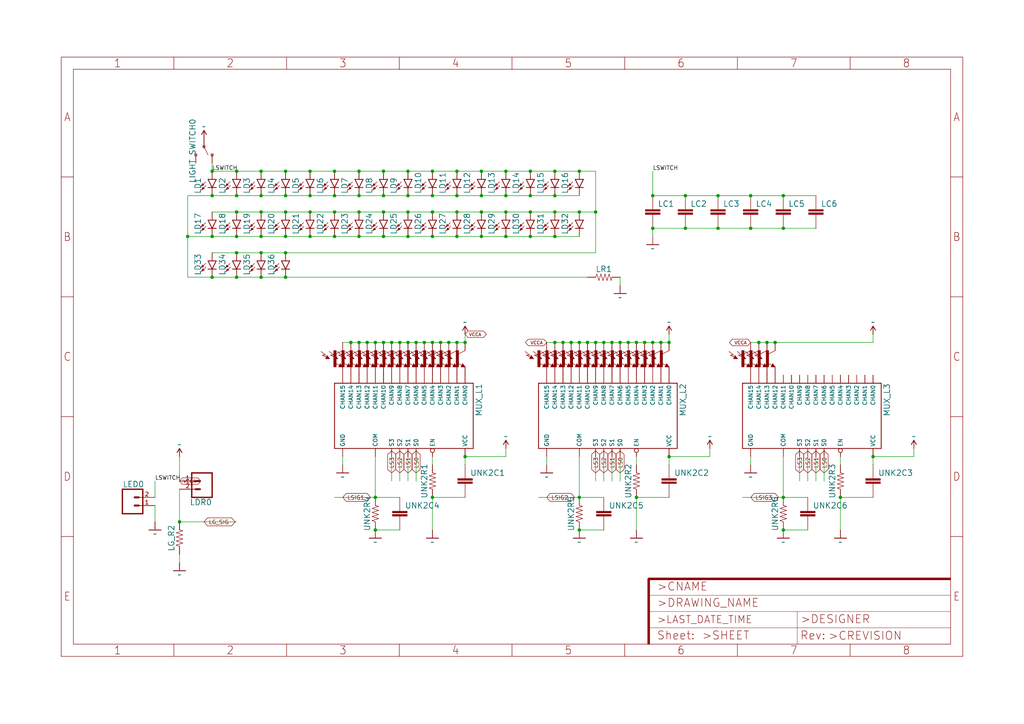
<source format=kicad_sch>
(kicad_sch (version 20211123) (generator eeschema)
  (paper "User" 318.77 225.501)
  (lib_symbols
    (symbol "layer1-eagle-import:3.3V" (power)
      (property "Value" "3.3V" (at 0 2.794 0))
      (symbol "3.3V_1_0"
        (polyline (pts (xy 0 2.54) (xy -0.762 1.27)) (stroke (width 0.254)))
        (polyline (pts (xy 0.762 1.27) (xy 0 2.54)) (stroke (width 0.254)))
        (pin power_in line (at 0 0 90) (length 2.54) (name "3.3V") (number "1"))
      )
    )
    (symbol "layer1-eagle-import:3528LED"
      (property "Reference" "D" (at -3.429 -4.572 90))
      (symbol "3528LED_1_0"
        (polyline (pts (xy -2.032 -0.762) (xy -3.429 -2.159)) (stroke (width 0.1524)))
        (polyline (pts (xy -1.905 -1.905) (xy -3.302 -3.302)) (stroke (width 0.1524)))
        (polyline (pts (xy 0 -2.54) (xy -1.27 -2.54)) (stroke (width 0.254)))
        (polyline (pts (xy 0 -2.54) (xy -1.27 0)) (stroke (width 0.254)))
        (polyline (pts (xy 1.27 -2.54) (xy 0 -2.54)) (stroke (width 0.254)))
        (polyline (pts (xy 1.27 0) (xy -1.27 0)) (stroke (width 0.254)))
        (polyline (pts (xy 1.27 0) (xy 0 -2.54)) (stroke (width 0.254)))
        (polyline (pts (xy -3.429 -2.159) (xy -3.048 -1.27) (xy -2.54 -1.778)) (fill (type outline)))
        (polyline (pts (xy -3.302 -3.302) (xy -2.921 -2.413) (xy -2.413 -2.921)) (fill (type outline)))
        (pin passive line (at 0 2.54 270) (length 2.54) (name "A") (number "A"))
        (pin passive line (at 0 -5.08 90) (length 2.54) (name "C") (number "C"))
      )
    )
    (symbol "layer1-eagle-import:74HC4067SSOP-24"
      (property "Reference" "U" (at -10.16 21.082 0))
      (property "Value" "74HC4067SSOP-24" (at -10.16 -25.4 0))
      (symbol "74HC4067SSOP-24_1_0"
        (polyline (pts (xy -10.16 -22.86) (xy -10.16 20.32)) (stroke (width 0.254)))
        (polyline (pts (xy -10.16 20.32) (xy 10.16 20.32)) (stroke (width 0.254)))
        (polyline (pts (xy 10.16 -22.86) (xy -10.16 -22.86)) (stroke (width 0.254)))
        (polyline (pts (xy 10.16 20.32) (xy 10.16 -22.86)) (stroke (width 0.254)))
        (pin bidirectional line (at 12.7 -10.16 180) (length 2.54) (name "COM") (number "1"))
        (pin input line (at 12.7 2.54 180) (length 2.54) (name "S0") (number "10"))
        (pin input line (at 12.7 0 180) (length 2.54) (name "S1") (number "11"))
        (pin bidirectional line (at 12.7 -20.32 180) (length 2.54) (name "GND") (number "12"))
        (pin input line (at 12.7 -5.08 180) (length 2.54) (name "S3") (number "13"))
        (pin input line (at 12.7 -2.54 180) (length 2.54) (name "S2") (number "14"))
        (pin input inverted (at 12.7 7.62 180) (length 2.54) (name "EN") (number "15"))
        (pin bidirectional line (at -12.7 -20.32 0) (length 2.54) (name "CHAN15") (number "16"))
        (pin bidirectional line (at -12.7 -17.78 0) (length 2.54) (name "CHAN14") (number "17"))
        (pin bidirectional line (at -12.7 -15.24 0) (length 2.54) (name "CHAN13") (number "18"))
        (pin bidirectional line (at -12.7 -12.7 0) (length 2.54) (name "CHAN12") (number "19"))
        (pin bidirectional line (at -12.7 0 0) (length 2.54) (name "CHAN7") (number "2"))
        (pin bidirectional line (at -12.7 -10.16 0) (length 2.54) (name "CHAN11") (number "20"))
        (pin bidirectional line (at -12.7 -7.62 0) (length 2.54) (name "CHAN10") (number "21"))
        (pin bidirectional line (at -12.7 -5.08 0) (length 2.54) (name "CHAN9") (number "22"))
        (pin bidirectional line (at -12.7 -2.54 0) (length 2.54) (name "CHAN8") (number "23"))
        (pin bidirectional line (at 12.7 17.78 180) (length 2.54) (name "VCC") (number "24"))
        (pin bidirectional line (at -12.7 2.54 0) (length 2.54) (name "CHAN6") (number "3"))
        (pin bidirectional line (at -12.7 5.08 0) (length 2.54) (name "CHAN5") (number "4"))
        (pin bidirectional line (at -12.7 7.62 0) (length 2.54) (name "CHAN4") (number "5"))
        (pin bidirectional line (at -12.7 10.16 0) (length 2.54) (name "CHAN3") (number "6"))
        (pin bidirectional line (at -12.7 12.7 0) (length 2.54) (name "CHAN2") (number "7"))
        (pin bidirectional line (at -12.7 15.24 0) (length 2.54) (name "CHAN1") (number "8"))
        (pin bidirectional line (at -12.7 17.78 0) (length 2.54) (name "CHAN0") (number "9"))
      )
    )
    (symbol "layer1-eagle-import:AGND" (power)
      (property "Value" "AGND" (at 0 -0.254 0))
      (symbol "AGND_1_0"
        (polyline (pts (xy -1.905 0) (xy 1.905 0)) (stroke (width 0.254)))
        (pin power_in line (at 0 2.54 270) (length 2.54) (name "AGND") (number "1"))
      )
    )
    (symbol "layer1-eagle-import:CAPACITOR0603"
      (property "Reference" "C" (at 1.524 2.54 0))
      (property "Value" "CAPACITOR0603" (at 1.524 -2.54 0))
      (symbol "CAPACITOR0603_1_0"
        (rectangle (start -2.286 -0.762) (end 2.286 -0.254) (fill (type outline)))
        (rectangle (start -2.286 0.254) (end 2.286 0.762) (fill (type outline)))
        (polyline (pts (xy 0 -0.762) (xy 0 -5.08)) (stroke (width 0.1524)))
        (polyline (pts (xy 0 5.08) (xy 0 0.762)) (stroke (width 0.1524)))
        (pin passive line (at 0 5.08 270) (length 0) (name "1") (number "1"))
        (pin passive line (at 0 -5.08 90) (length 0) (name "2") (number "2"))
      )
    )
    (symbol "layer1-eagle-import:CONN_021X02_NO_SILK"
      (property "Reference" "J" (at -2.54 5.588 0))
      (property "Value" "CONN_021X02_NO_SILK" (at -2.54 -4.826 0))
      (symbol "CONN_021X02_NO_SILK_1_0"
        (polyline (pts (xy -2.54 5.08) (xy -2.54 -2.54)) (stroke (width 0.4064)))
        (polyline (pts (xy -2.54 5.08) (xy 3.81 5.08)) (stroke (width 0.4064)))
        (polyline (pts (xy 1.27 0) (xy 2.54 0)) (stroke (width 0.6096)))
        (polyline (pts (xy 1.27 2.54) (xy 2.54 2.54)) (stroke (width 0.6096)))
        (polyline (pts (xy 3.81 -2.54) (xy -2.54 -2.54)) (stroke (width 0.4064)))
        (polyline (pts (xy 3.81 -2.54) (xy 3.81 5.08)) (stroke (width 0.4064)))
        (pin passive line (at 7.62 0 180) (length 5.08) (name "1") (number "1"))
        (pin passive line (at 7.62 2.54 180) (length 5.08) (name "2") (number "2"))
      )
    )
    (symbol "layer1-eagle-import:CONN_02POLAR"
      (property "Reference" "J" (at -2.54 5.588 0))
      (property "Value" "CONN_02POLAR" (at -2.54 -4.826 0))
      (symbol "CONN_02POLAR_1_0"
        (polyline (pts (xy -2.54 5.08) (xy -2.54 -2.54)) (stroke (width 0.4064)))
        (polyline (pts (xy -2.54 5.08) (xy 3.81 5.08)) (stroke (width 0.4064)))
        (polyline (pts (xy 1.27 0) (xy 2.54 0)) (stroke (width 0.6096)))
        (polyline (pts (xy 1.27 2.54) (xy 2.54 2.54)) (stroke (width 0.6096)))
        (polyline (pts (xy 3.81 -2.54) (xy -2.54 -2.54)) (stroke (width 0.4064)))
        (polyline (pts (xy 3.81 -2.54) (xy 3.81 5.08)) (stroke (width 0.4064)))
        (pin passive line (at 7.62 0 180) (length 5.08) (name "1") (number "1"))
        (pin passive line (at 7.62 2.54 180) (length 5.08) (name "2") (number "2"))
      )
    )
    (symbol "layer1-eagle-import:FRAME-A4L"
      (symbol "FRAME-A4L_0_0"
        (polyline (pts (xy -3.81 33.528) (xy 0 33.528)))
        (polyline (pts (xy -3.81 70.866) (xy 0 70.866)))
        (polyline (pts (xy -3.81 108.204) (xy 0 108.204)))
        (polyline (pts (xy -3.81 145.542) (xy 0 145.542)))
        (polyline (pts (xy 0 0) (xy 0 179.07)))
        (polyline (pts (xy 31.2738 -3.81) (xy 31.2738 0)))
        (polyline (pts (xy 31.2738 179.07) (xy 31.2738 182.88)))
        (polyline (pts (xy 66.3575 -3.81) (xy 66.3575 0)))
        (polyline (pts (xy 66.3575 179.07) (xy 66.3575 182.88)))
        (polyline (pts (xy 101.4413 -3.81) (xy 101.4413 0)))
        (polyline (pts (xy 101.4413 179.07) (xy 101.4413 182.88)))
        (polyline (pts (xy 136.525 -3.81) (xy 136.525 0)))
        (polyline (pts (xy 136.525 179.07) (xy 136.525 182.88)))
        (polyline (pts (xy 171.6088 -3.81) (xy 171.6088 0)))
        (polyline (pts (xy 171.6088 179.07) (xy 171.6088 182.88)))
        (polyline (pts (xy 206.6925 -3.81) (xy 206.6925 0)))
        (polyline (pts (xy 206.6925 179.07) (xy 206.6925 182.88)))
        (polyline (pts (xy 241.7763 -3.81) (xy 241.7763 0)))
        (polyline (pts (xy 241.7763 179.07) (xy 241.7763 182.88)))
        (polyline (pts (xy 273.05 0) (xy 0 0)))
        (polyline (pts (xy 273.05 0) (xy 273.05 179.07)))
        (polyline (pts (xy 273.05 33.528) (xy 276.86 33.528)))
        (polyline (pts (xy 273.05 70.866) (xy 276.86 70.866)))
        (polyline (pts (xy 273.05 108.204) (xy 276.86 108.204)))
        (polyline (pts (xy 273.05 145.542) (xy 276.86 145.542)))
        (polyline (pts (xy 273.05 179.07) (xy 0 179.07)))
        (polyline (pts (xy -3.81 -3.81) (xy 276.86 -3.81) (xy 276.86 182.88) (xy -3.81 182.88) (xy -3.81 -3.81)))
        (text "1" (at 13.7319 -1.905 0) (effects (font (size 2.54 2.286))))
        (text "1" (at 13.7319 180.975 0) (effects (font (size 2.54 2.286))))
        (text "2" (at 48.8156 -1.905 0) (effects (font (size 2.54 2.286))))
        (text "2" (at 48.8156 180.975 0) (effects (font (size 2.54 2.286))))
        (text "3" (at 83.8994 -1.905 0) (effects (font (size 2.54 2.286))))
        (text "3" (at 83.8994 180.975 0) (effects (font (size 2.54 2.286))))
        (text "4" (at 118.9831 -1.905 0) (effects (font (size 2.54 2.286))))
        (text "4" (at 118.9831 180.975 0) (effects (font (size 2.54 2.286))))
        (text "5" (at 154.0669 -1.905 0) (effects (font (size 2.54 2.286))))
        (text "5" (at 154.0669 180.975 0) (effects (font (size 2.54 2.286))))
        (text "6" (at 189.1506 -1.905 0) (effects (font (size 2.54 2.286))))
        (text "6" (at 189.1506 180.975 0) (effects (font (size 2.54 2.286))))
        (text "7" (at 224.2344 -1.905 0) (effects (font (size 2.54 2.286))))
        (text "7" (at 224.2344 180.975 0) (effects (font (size 2.54 2.286))))
        (text "8" (at 259.3181 -1.905 0) (effects (font (size 2.54 2.286))))
        (text "8" (at 259.3181 180.975 0) (effects (font (size 2.54 2.286))))
        (text "A" (at -1.905 164.211 0) (effects (font (size 2.54 2.286))))
        (text "A" (at 274.955 164.211 0) (effects (font (size 2.54 2.286))))
        (text "B" (at -1.905 126.873 0) (effects (font (size 2.54 2.286))))
        (text "B" (at 274.955 126.873 0) (effects (font (size 2.54 2.286))))
        (text "C" (at -1.905 89.535 0) (effects (font (size 2.54 2.286))))
        (text "C" (at 274.955 89.535 0) (effects (font (size 2.54 2.286))))
        (text "D" (at -1.905 52.197 0) (effects (font (size 2.54 2.286))))
        (text "D" (at 274.955 52.197 0) (effects (font (size 2.54 2.286))))
        (text "E" (at -1.905 14.859 0) (effects (font (size 2.54 2.286))))
        (text "E" (at 274.955 14.859 0) (effects (font (size 2.54 2.286))))
      )
      (symbol "FRAME-A4L_1_0"
        (polyline (pts (xy 179.07 10.16) (xy 225.29 10.16)) (stroke (width 0.1016)))
        (polyline (pts (xy 179.07 15.24) (xy 273.05 15.24)) (stroke (width 0.1016)))
        (polyline (pts (xy 179.07 19.05) (xy 179.07 20.32)) (stroke (width 0.6096)))
        (polyline (pts (xy 179.07 20.32) (xy 180.34 20.32)) (stroke (width 0.6096)))
        (polyline (pts (xy 225.29 -0.1) (xy 225.29 5.08)) (stroke (width 0.1016)))
        (polyline (pts (xy 225.29 5.08) (xy 179.07 5.08)) (stroke (width 0.1016)))
        (polyline (pts (xy 225.29 5.08) (xy 225.29 10.16)) (stroke (width 0.1016)))
        (polyline (pts (xy 225.29 5.08) (xy 273.05 5.08)) (stroke (width 0.1016)))
        (polyline (pts (xy 225.29 10.16) (xy 273.05 10.16)) (stroke (width 0.1016)))
        (rectangle (start 178.7652 0) (end 179.3748 20.32) (fill (type outline)))
        (rectangle (start 179.07 20.6248) (end 273.05 20.0152) (fill (type outline)))
        (text ">CNAME" (at 181.61 16.51 0) (effects (font (size 2.54 2.54)) (justify left bottom)))
        (text ">CREVISION" (at 234.92 1.17 0) (effects (font (size 2.54 2.54)) (justify left bottom)))
        (text ">DESIGNER" (at 226.26 6.35 0) (effects (font (size 2.54 2.54)) (justify left bottom)))
        (text ">DRAWING_NAME" (at 181.61 11.43 0) (effects (font (size 2.54 2.54)) (justify left bottom)))
        (text ">LAST_DATE_TIME" (at 181.61 6.35 0) (effects (font (size 2.286 2.286)) (justify left bottom)))
        (text ">SHEET" (at 195.58 1.27 0) (effects (font (size 2.54 2.54)) (justify left bottom)))
        (text "Rev:" (at 226.16 1.27 0) (effects (font (size 2.54 2.54)) (justify left bottom)))
        (text "Sheet:" (at 181.61 1.27 0) (effects (font (size 2.54 2.54)) (justify left bottom)))
      )
    )
    (symbol "layer1-eagle-import:GND" (power)
      (property "Value" "GND" (at 0 -0.254 0))
      (symbol "GND_1_0"
        (polyline (pts (xy -1.905 0) (xy 1.905 0)) (stroke (width 0.254)))
        (pin power_in line (at 0 2.54 270) (length 2.54) (name "GND") (number "1"))
      )
    )
    (symbol "layer1-eagle-import:LIGHT_SENSORALS"
      (property "Reference" "U" (at 3.048 0.508 0))
      (property "Value" "LIGHT_SENSORALS" (at 3.048 -0.508 0))
      (symbol "LIGHT_SENSORALS_1_0"
        (rectangle (start -0.254 -2.54) (end 0.508 2.54) (fill (type outline)))
        (polyline (pts (xy -3.81 1.143) (xy -2.794 1.143)) (stroke (width 0.1524)))
        (polyline (pts (xy -2.794 0) (xy -2.286 1.016)) (stroke (width 0.1524)))
        (polyline (pts (xy -2.794 1.143) (xy -4.191 2.286)) (stroke (width 0.1524)))
        (polyline (pts (xy -2.54 0.127) (xy -1.778 0.127)) (stroke (width 0.254)))
        (polyline (pts (xy -2.54 0.254) (xy -2.159 0.254)) (stroke (width 0.254)))
        (polyline (pts (xy -2.524 0.5) (xy -3.756 1.116)) (stroke (width 0.1524)))
        (polyline (pts (xy -2.286 0.762) (xy -2.54 0.254)) (stroke (width 0.254)))
        (polyline (pts (xy -2.286 1.016) (xy -1.524 0)) (stroke (width 0.1524)))
        (polyline (pts (xy -2.159 0.254) (xy -2.286 0.508)) (stroke (width 0.254)))
        (polyline (pts (xy -1.778 0.127) (xy -2.286 0.762)) (stroke (width 0.254)))
        (polyline (pts (xy -1.524 0) (xy -2.794 0)) (stroke (width 0.1524)))
        (polyline (pts (xy 1.27 -2.54) (xy 1.778 -1.524)) (stroke (width 0.1524)))
        (polyline (pts (xy 1.524 -2.413) (xy 2.286 -2.413)) (stroke (width 0.254)))
        (polyline (pts (xy 1.524 -2.286) (xy 1.905 -2.286)) (stroke (width 0.254)))
        (polyline (pts (xy 1.54 -2.04) (xy 0.308 -1.424)) (stroke (width 0.1524)))
        (polyline (pts (xy 1.778 -1.778) (xy 1.524 -2.286)) (stroke (width 0.254)))
        (polyline (pts (xy 1.778 -1.524) (xy 2.54 -2.54)) (stroke (width 0.1524)))
        (polyline (pts (xy 1.905 -2.286) (xy 1.778 -2.032)) (stroke (width 0.254)))
        (polyline (pts (xy 2.286 -2.413) (xy 1.778 -1.778)) (stroke (width 0.254)))
        (polyline (pts (xy 2.54 -2.54) (xy 1.27 -2.54)) (stroke (width 0.1524)))
        (polyline (pts (xy 2.54 2.54) (xy 0.508 1.524)) (stroke (width 0.1524)))
        (pin passive line (at 2.54 5.08 270) (length 2.54) (name "C1") (number "C"))
        (pin passive line (at 2.54 -5.08 90) (length 2.54) (name "E1") (number "E"))
      )
    )
    (symbol "layer1-eagle-import:RESISTOR0603"
      (property "Reference" "R" (at 0 1.524 0))
      (property "Value" "RESISTOR0603" (at 0 -1.524 0))
      (symbol "RESISTOR0603_1_0"
        (polyline (pts (xy -2.54 0) (xy -2.159 1.016)) (stroke (width 0.1524)))
        (polyline (pts (xy -2.159 1.016) (xy -1.524 -1.016)) (stroke (width 0.1524)))
        (polyline (pts (xy -1.524 -1.016) (xy -0.889 1.016)) (stroke (width 0.1524)))
        (polyline (pts (xy -0.889 1.016) (xy -0.254 -1.016)) (stroke (width 0.1524)))
        (polyline (pts (xy -0.254 -1.016) (xy 0.381 1.016)) (stroke (width 0.1524)))
        (polyline (pts (xy 0.381 1.016) (xy 1.016 -1.016)) (stroke (width 0.1524)))
        (polyline (pts (xy 1.016 -1.016) (xy 1.651 1.016)) (stroke (width 0.1524)))
        (polyline (pts (xy 1.651 1.016) (xy 2.286 -1.016)) (stroke (width 0.1524)))
        (polyline (pts (xy 2.286 -1.016) (xy 2.54 0)) (stroke (width 0.1524)))
        (pin passive line (at -5.08 0 0) (length 2.54) (name "1") (number "1"))
        (pin passive line (at 5.08 0 180) (length 2.54) (name "2") (number "2"))
      )
    )
    (symbol "layer1-eagle-import:SWITCH-SPDT-PTH-11.6X4.0MM-LOCK"
      (property "Reference" "S" (at 1.27 3.048 0))
      (property "Value" "SWITCH-SPDT-PTH-11.6X4.0MM-LOCK" (at 1.016 -3.302 0))
      (symbol "SWITCH-SPDT-PTH-11.6X4.0MM-LOCK_1_0"
        (polyline (pts (xy 0 0) (xy 2.54 1.27)) (stroke (width 0.1524)))
        (polyline (pts (xy 2.54 -2.54) (xy 3.175 -2.54)) (stroke (width 0.127)))
        (polyline (pts (xy 2.54 2.54) (xy 3.175 2.54)) (stroke (width 0.1524)))
        (circle (center 0 0) (radius 0.3592) (stroke (width 0.2032)))
        (circle (center 2.54 -2.54) (radius 0.3592) (stroke (width 0.2032)))
        (circle (center 2.54 2.54) (radius 0.3592) (stroke (width 0.2032)))
        (pin passive line (at 5.08 2.54 180) (length 2.54) (name "O") (number "1"))
        (pin passive line (at -2.54 0 0) (length 2.54) (name "P") (number "2"))
        (pin passive line (at 5.08 -2.54 180) (length 2.54) (name "S") (number "3"))
      )
    )
    (symbol "layer1-eagle-import:VCCA" (power)
      (property "Value" "VCCA" (at 0 2.794 0))
      (symbol "VCCA_1_0"
        (polyline (pts (xy 0 2.54) (xy -0.762 1.27)) (stroke (width 0.254)))
        (polyline (pts (xy 0.762 1.27) (xy 0 2.54)) (stroke (width 0.254)))
        (pin power_in line (at 0 0 90) (length 2.54) (name "VCCA") (number "1"))
      )
    )
  )
  (junction (at 172.72 53.34))
  (junction (at 73.66 73.66))
  (junction (at 55.88 162.56))
  (junction (at 142.24 53.34))
  (junction (at 104.14 73.66))
  (junction (at 81.28 78.74))
  (junction (at 223.52 71.12))
  (junction (at 165.1 60.96))
  (junction (at 157.48 60.96))
  (junction (at 195.58 106.68))
  (junction (at 127 66.04))
  (junction (at 66.04 73.66))
  (junction (at 142.24 73.66))
  (junction (at 185.42 66.04))
  (junction (at 149.86 73.66))
  (junction (at 233.68 71.12))
  (junction (at 134.62 73.66))
  (junction (at 114.3 106.68))
  (junction (at 243.84 154.94))
  (junction (at 180.34 154.94))
  (junction (at 66.04 60.96))
  (junction (at 119.38 60.96))
  (junction (at 213.36 71.12))
  (junction (at 66.04 53.34))
  (junction (at 175.26 106.68))
  (junction (at 238.76 106.68))
  (junction (at 180.34 165.1))
  (junction (at 203.2 60.96))
  (junction (at 134.62 60.96))
  (junction (at 203.2 71.12))
  (junction (at 213.36 60.96))
  (junction (at 149.86 60.96))
  (junction (at 208.28 106.68))
  (junction (at 203.2 106.68))
  (junction (at 134.62 106.68))
  (junction (at 58.42 73.66))
  (junction (at 165.1 73.66))
  (junction (at 104.14 66.04))
  (junction (at 73.66 86.36))
  (junction (at 198.12 106.68))
  (junction (at 129.54 106.68))
  (junction (at 127 106.68))
  (junction (at 104.14 53.34))
  (junction (at 104.14 60.96))
  (junction (at 142.24 66.04))
  (junction (at 157.48 66.04))
  (junction (at 243.84 71.12))
  (junction (at 142.24 106.68))
  (junction (at 261.62 154.94))
  (junction (at 271.78 142.24))
  (junction (at 127 73.66))
  (junction (at 243.84 60.96))
  (junction (at 193.04 106.68))
  (junction (at 116.84 165.1))
  (junction (at 223.52 60.96))
  (junction (at 81.28 73.66))
  (junction (at 172.72 73.66))
  (junction (at 177.8 106.68))
  (junction (at 149.86 53.34))
  (junction (at 88.9 78.74))
  (junction (at 73.66 66.04))
  (junction (at 127 53.34))
  (junction (at 111.76 106.68))
  (junction (at 81.28 86.36))
  (junction (at 127 60.96))
  (junction (at 233.68 60.96))
  (junction (at 180.34 66.04))
  (junction (at 149.86 66.04))
  (junction (at 205.74 106.68))
  (junction (at 185.42 106.68))
  (junction (at 116.84 154.94))
  (junction (at 111.76 66.04))
  (junction (at 88.9 73.66))
  (junction (at 187.96 106.68))
  (junction (at 88.9 86.36))
  (junction (at 88.9 66.04))
  (junction (at 139.7 106.68))
  (junction (at 198.12 154.94))
  (junction (at 119.38 66.04))
  (junction (at 157.48 73.66))
  (junction (at 66.04 86.36))
  (junction (at 172.72 60.96))
  (junction (at 124.46 106.68))
  (junction (at 144.78 142.24))
  (junction (at 137.16 106.68))
  (junction (at 236.22 106.68))
  (junction (at 180.34 106.68))
  (junction (at 119.38 73.66))
  (junction (at 165.1 53.34))
  (junction (at 144.78 106.68))
  (junction (at 134.62 154.94))
  (junction (at 134.62 53.34))
  (junction (at 109.22 106.68))
  (junction (at 88.9 53.34))
  (junction (at 73.66 60.96))
  (junction (at 81.28 66.04))
  (junction (at 142.24 60.96))
  (junction (at 111.76 73.66))
  (junction (at 119.38 106.68))
  (junction (at 81.28 53.34))
  (junction (at 73.66 78.74))
  (junction (at 200.66 106.68))
  (junction (at 96.52 66.04))
  (junction (at 182.88 106.68))
  (junction (at 119.38 53.34))
  (junction (at 116.84 106.68))
  (junction (at 208.28 142.24))
  (junction (at 88.9 60.96))
  (junction (at 180.34 53.34))
  (junction (at 172.72 106.68))
  (junction (at 96.52 60.96))
  (junction (at 96.52 53.34))
  (junction (at 73.66 53.34))
  (junction (at 243.84 165.1))
  (junction (at 96.52 73.66))
  (junction (at 111.76 60.96))
  (junction (at 190.5 106.68))
  (junction (at 241.3 106.68))
  (junction (at 121.92 106.68))
  (junction (at 111.76 53.34))
  (junction (at 132.08 106.68))
  (junction (at 81.28 60.96))
  (junction (at 165.1 66.04))
  (junction (at 134.62 66.04))
  (junction (at 172.72 66.04))
  (junction (at 157.48 53.34))
  (wire (pts (xy 243.84 71.12) (xy 233.68 71.12)))
  (wire (pts (xy 170.18 142.24) (xy 170.18 144.78)))
  (wire (pts (xy 104.14 66.04) (xy 111.76 66.04)))
  (wire (pts (xy 88.9 66.04) (xy 96.52 66.04)))
  (wire (pts (xy 88.9 60.96) (xy 81.28 60.96)))
  (wire (pts (xy 198.12 106.68) (xy 200.66 106.68)))
  (wire (pts (xy 81.28 78.74) (xy 73.66 78.74)))
  (wire (pts (xy 96.52 53.34) (xy 104.14 53.34)))
  (wire (pts (xy 254 60.96) (xy 243.84 60.96)))
  (wire (pts (xy 134.62 142.24) (xy 134.62 144.78)))
  (wire (pts (xy 172.72 60.96) (xy 165.1 60.96)))
  (wire (pts (xy 172.72 53.34) (xy 180.34 53.34)))
  (wire (pts (xy 213.36 60.96) (xy 203.2 60.96)))
  (wire (pts (xy 73.66 60.96) (xy 66.04 60.96)))
  (wire (pts (xy 66.04 86.36) (xy 58.42 86.36)))
  (wire (pts (xy 271.78 104.14) (xy 271.78 106.68)))
  (wire (pts (xy 203.2 106.68) (xy 205.74 106.68)))
  (wire (pts (xy 119.38 73.66) (xy 111.76 73.66)))
  (wire (pts (xy 111.76 53.34) (xy 119.38 53.34)))
  (wire (pts (xy 96.52 73.66) (xy 88.9 73.66)))
  (wire (pts (xy 198.12 142.24) (xy 198.12 144.78)))
  (wire (pts (xy 233.68 142.24) (xy 233.68 144.78)))
  (wire (pts (xy 73.66 86.36) (xy 66.04 86.36)))
  (wire (pts (xy 190.5 106.68) (xy 193.04 106.68)))
  (wire (pts (xy 187.96 142.24) (xy 187.96 149.86)))
  (wire (pts (xy 248.92 142.24) (xy 248.92 149.86)))
  (wire (pts (xy 165.1 53.34) (xy 172.72 53.34)))
  (wire (pts (xy 241.3 106.68) (xy 271.78 106.68)))
  (wire (pts (xy 129.54 142.24) (xy 129.54 149.86)))
  (wire (pts (xy 104.14 53.34) (xy 111.76 53.34)))
  (wire (pts (xy 165.1 73.66) (xy 157.48 73.66)))
  (wire (pts (xy 119.38 106.68) (xy 121.92 106.68)))
  (wire (pts (xy 121.92 142.24) (xy 121.92 149.86)))
  (wire (pts (xy 116.84 165.1) (xy 124.46 165.1)))
  (wire (pts (xy 129.54 106.68) (xy 132.08 106.68)))
  (wire (pts (xy 142.24 66.04) (xy 149.86 66.04)))
  (wire (pts (xy 127 53.34) (xy 134.62 53.34)))
  (wire (pts (xy 116.84 154.94) (xy 104.14 154.94)))
  (wire (pts (xy 119.38 53.34) (xy 127 53.34)))
  (wire (pts (xy 223.52 71.12) (xy 213.36 71.12)))
  (wire (pts (xy 111.76 60.96) (xy 104.14 60.96)))
  (wire (pts (xy 157.48 142.24) (xy 157.48 139.7)))
  (wire (pts (xy 66.04 50.8) (xy 66.04 53.34)))
  (wire (pts (xy 96.52 60.96) (xy 88.9 60.96)))
  (wire (pts (xy 180.34 106.68) (xy 182.88 106.68)))
  (wire (pts (xy 142.24 73.66) (xy 134.62 73.66)))
  (wire (pts (xy 127 60.96) (xy 119.38 60.96)))
  (wire (pts (xy 213.36 71.12) (xy 203.2 71.12)))
  (wire (pts (xy 251.46 165.1) (xy 243.84 165.1)))
  (wire (pts (xy 124.46 142.24) (xy 124.46 149.86)))
  (wire (pts (xy 144.78 106.68) (xy 142.24 106.68)))
  (wire (pts (xy 149.86 53.34) (xy 157.48 53.34)))
  (wire (pts (xy 180.34 60.96) (xy 172.72 60.96)))
  (wire (pts (xy 127 66.04) (xy 134.62 66.04)))
  (wire (pts (xy 88.9 73.66) (xy 81.28 73.66)))
  (wire (pts (xy 124.46 106.68) (xy 127 106.68)))
  (wire (pts (xy 48.26 154.94) (xy 48.26 149.86)))
  (wire (pts (xy 157.48 60.96) (xy 149.86 60.96)))
  (wire (pts (xy 203.2 60.96) (xy 203.2 53.34)))
  (wire (pts (xy 170.18 106.68) (xy 172.72 106.68)))
  (wire (pts (xy 177.8 106.68) (xy 180.34 106.68)))
  (wire (pts (xy 187.96 106.68) (xy 190.5 106.68)))
  (wire (pts (xy 180.34 142.24) (xy 180.34 154.94)))
  (wire (pts (xy 55.88 152.4) (xy 55.88 162.56)))
  (wire (pts (xy 251.46 142.24) (xy 251.46 149.86)))
  (wire (pts (xy 134.62 106.68) (xy 137.16 106.68)))
  (wire (pts (xy 134.62 53.34) (xy 142.24 53.34)))
  (wire (pts (xy 73.66 53.34) (xy 81.28 53.34)))
  (wire (pts (xy 190.5 142.24) (xy 190.5 149.86)))
  (wire (pts (xy 157.48 53.34) (xy 165.1 53.34)))
  (wire (pts (xy 134.62 66.04) (xy 142.24 66.04)))
  (wire (pts (xy 157.48 73.66) (xy 149.86 73.66)))
  (wire (pts (xy 172.72 66.04) (xy 180.34 66.04)))
  (wire (pts (xy 243.84 154.94) (xy 231.14 154.94)))
  (wire (pts (xy 66.04 60.96) (xy 58.42 60.96)))
  (wire (pts (xy 73.66 66.04) (xy 81.28 66.04)))
  (wire (pts (xy 185.42 78.74) (xy 88.9 78.74)))
  (wire (pts (xy 144.78 142.24) (xy 157.48 142.24)))
  (wire (pts (xy 261.62 142.24) (xy 261.62 144.78)))
  (wire (pts (xy 144.78 154.94) (xy 134.62 154.94)))
  (wire (pts (xy 81.28 66.04) (xy 88.9 66.04)))
  (wire (pts (xy 116.84 106.68) (xy 119.38 106.68)))
  (wire (pts (xy 203.2 71.12) (xy 203.2 73.66)))
  (wire (pts (xy 233.68 106.68) (xy 236.22 106.68)))
  (wire (pts (xy 106.68 142.24) (xy 106.68 144.78)))
  (wire (pts (xy 137.16 106.68) (xy 139.7 106.68)))
  (wire (pts (xy 172.72 106.68) (xy 175.26 106.68)))
  (wire (pts (xy 119.38 60.96) (xy 111.76 60.96)))
  (wire (pts (xy 172.72 73.66) (xy 165.1 73.66)))
  (wire (pts (xy 88.9 86.36) (xy 81.28 86.36)))
  (wire (pts (xy 165.1 66.04) (xy 172.72 66.04)))
  (wire (pts (xy 175.26 106.68) (xy 177.8 106.68)))
  (wire (pts (xy 132.08 106.68) (xy 134.62 106.68)))
  (wire (pts (xy 193.04 142.24) (xy 193.04 149.86)))
  (wire (pts (xy 104.14 73.66) (xy 96.52 73.66)))
  (wire (pts (xy 111.76 73.66) (xy 104.14 73.66)))
  (wire (pts (xy 238.76 106.68) (xy 241.3 106.68)))
  (wire (pts (xy 187.96 165.1) (xy 180.34 165.1)))
  (wire (pts (xy 261.62 154.94) (xy 261.62 165.1)))
  (wire (pts (xy 139.7 106.68) (xy 142.24 106.68)))
  (wire (pts (xy 185.42 142.24) (xy 185.42 149.86)))
  (wire (pts (xy 205.74 106.68) (xy 208.28 106.68)))
  (wire (pts (xy 127 142.24) (xy 127 149.86)))
  (wire (pts (xy 165.1 60.96) (xy 157.48 60.96)))
  (wire (pts (xy 142.24 53.34) (xy 149.86 53.34)))
  (wire (pts (xy 220.98 142.24) (xy 220.98 139.7)))
  (wire (pts (xy 195.58 106.68) (xy 198.12 106.68)))
  (wire (pts (xy 149.86 66.04) (xy 157.48 66.04)))
  (wire (pts (xy 55.88 149.86) (xy 55.88 142.24)))
  (wire (pts (xy 271.78 154.94) (xy 261.62 154.94)))
  (wire (pts (xy 185.42 106.68) (xy 187.96 106.68)))
  (wire (pts (xy 243.84 142.24) (xy 243.84 154.94)))
  (wire (pts (xy 208.28 104.14) (xy 208.28 106.68)))
  (wire (pts (xy 193.04 106.68) (xy 195.58 106.68)))
  (wire (pts (xy 149.86 60.96) (xy 142.24 60.96)))
  (wire (pts (xy 208.28 144.78) (xy 208.28 142.24)))
  (wire (pts (xy 142.24 60.96) (xy 134.62 60.96)))
  (wire (pts (xy 144.78 144.78) (xy 144.78 142.24)))
  (wire (pts (xy 88.9 53.34) (xy 96.52 53.34)))
  (wire (pts (xy 236.22 106.68) (xy 238.76 106.68)))
  (wire (pts (xy 271.78 142.24) (xy 284.48 142.24)))
  (wire (pts (xy 134.62 73.66) (xy 127 73.66)))
  (wire (pts (xy 193.04 86.36) (xy 193.04 88.9)))
  (wire (pts (xy 111.76 66.04) (xy 119.38 66.04)))
  (wire (pts (xy 271.78 144.78) (xy 271.78 142.24)))
  (wire (pts (xy 233.68 71.12) (xy 223.52 71.12)))
  (wire (pts (xy 81.28 53.34) (xy 88.9 53.34)))
  (wire (pts (xy 223.52 60.96) (xy 213.36 60.96)))
  (wire (pts (xy 243.84 60.96) (xy 233.68 60.96)))
  (wire (pts (xy 109.22 106.68) (xy 111.76 106.68)))
  (wire (pts (xy 58.42 86.36) (xy 58.42 73.66)))
  (wire (pts (xy 73.66 78.74) (xy 66.04 78.74)))
  (wire (pts (xy 180.34 73.66) (xy 172.72 73.66)))
  (wire (pts (xy 208.28 142.24) (xy 220.98 142.24)))
  (wire (pts (xy 66.04 66.04) (xy 73.66 66.04)))
  (wire (pts (xy 254 142.24) (xy 254 149.86)))
  (wire (pts (xy 251.46 154.94) (xy 243.84 154.94)))
  (wire (pts (xy 182.88 106.68) (xy 185.42 106.68)))
  (wire (pts (xy 208.28 154.94) (xy 198.12 154.94)))
  (wire (pts (xy 127 73.66) (xy 119.38 73.66)))
  (wire (pts (xy 73.66 73.66) (xy 66.04 73.66)))
  (wire (pts (xy 66.04 53.34) (xy 73.66 53.34)))
  (wire (pts (xy 81.28 73.66) (xy 73.66 73.66)))
  (wire (pts (xy 254 71.12) (xy 243.84 71.12)))
  (wire (pts (xy 124.46 154.94) (xy 116.84 154.94)))
  (wire (pts (xy 104.14 60.96) (xy 96.52 60.96)))
  (wire (pts (xy 106.68 106.68) (xy 109.22 106.68)))
  (wire (pts (xy 58.42 60.96) (xy 58.42 73.66)))
  (wire (pts (xy 119.38 66.04) (xy 127 66.04)))
  (wire (pts (xy 88.9 78.74) (xy 81.28 78.74)))
  (wire (pts (xy 157.48 66.04) (xy 165.1 66.04)))
  (wire (pts (xy 48.26 157.48) (xy 48.26 162.56)))
  (wire (pts (xy 185.42 53.34) (xy 185.42 66.04)))
  (wire (pts (xy 111.76 106.68) (xy 114.3 106.68)))
  (wire (pts (xy 116.84 142.24) (xy 116.84 154.94)))
  (wire (pts (xy 200.66 106.68) (xy 203.2 106.68)))
  (wire (pts (xy 121.92 106.68) (xy 124.46 106.68)))
  (wire (pts (xy 187.96 154.94) (xy 180.34 154.94)))
  (wire (pts (xy 88.9 86.36) (xy 182.88 86.36)))
  (wire (pts (xy 144.78 104.14) (xy 144.78 106.68)))
  (wire (pts (xy 198.12 154.94) (xy 198.12 165.1)))
  (wire (pts (xy 114.3 106.68) (xy 116.84 106.68)))
  (wire (pts (xy 55.88 172.72) (xy 55.88 175.26)))
  (wire (pts (xy 185.42 66.04) (xy 180.34 66.04)))
  (wire (pts (xy 127 106.68) (xy 129.54 106.68)))
  (wire (pts (xy 96.52 66.04) (xy 104.14 66.04)))
  (wire (pts (xy 81.28 86.36) (xy 73.66 86.36)))
  (wire (pts (xy 58.42 73.66) (xy 66.04 73.66)))
  (wire (pts (xy 81.28 60.96) (xy 73.66 60.96)))
  (wire (pts (xy 284.48 142.24) (xy 284.48 139.7)))
  (wire (pts (xy 180.34 154.94) (xy 167.64 154.94)))
  (wire (pts (xy 256.54 142.24) (xy 256.54 149.86)))
  (wire (pts (xy 149.86 73.66) (xy 142.24 73.66)))
  (wire (pts (xy 185.42 78.74) (xy 185.42 66.04)))
  (wire (pts (xy 134.62 154.94) (xy 134.62 165.1)))
  (wire (pts (xy 134.62 60.96) (xy 127 60.96)))
  (wire (pts (xy 233.68 60.96) (xy 223.52 60.96)))
  (wire (pts (xy 180.34 53.34) (xy 185.42 53.34)))
  (wire (pts (xy 55.88 162.56) (xy 73.66 162.56)))
  (label "LSWITCH" (at 48.26 149.86 0) (effects (font (size 1.2446 1.2446))))
  (label "LSWITCH" (at 203.2 53.34 0) (effects (font (size 1.2446 1.2446))))
  (label "LSWITCH" (at 66.04 53.34 0) (effects (font (size 1.2446 1.2446))))
  (global_label "LS3" (shape bidirectional) (at 185.42 147.32 90) (effects (font (size 1.2446 1.2446))) (property "Intersheet References" "${INTERSHEET_REFS}" (effects hide)))
  (global_label "LSIG3" (shape bidirectional) (at 233.68 154.94 0) (effects (font (size 1.2446 1.2446))) (property "Intersheet References" "${INTERSHEET_REFS}" (effects hide)))
  (global_label "VCCA" (shape bidirectional) (at 144.78 104.14 0) (effects (font (size 1.016 1.016))) (property "Intersheet References" "${INTERSHEET_REFS}" (effects hide)))
  (global_label "LS2" (shape bidirectional) (at 124.46 147.32 90) (effects (font (size 1.2446 1.2446))) (property "Intersheet References" "${INTERSHEET_REFS}" (effects hide)))
  (global_label "VCCA" (shape bidirectional) (at 233.68 106.68 180) (effects (font (size 1.016 1.016))) (property "Intersheet References" "${INTERSHEET_REFS}" (effects hide)))
  (global_label "LS0" (shape bidirectional) (at 193.04 147.32 90) (effects (font (size 1.2446 1.2446))) (property "Intersheet References" "${INTERSHEET_REFS}" (effects hide)))
  (global_label "VCCA" (shape bidirectional) (at 170.18 106.68 180) (effects (font (size 1.016 1.016))) (property "Intersheet References" "${INTERSHEET_REFS}" (effects hide)))
  (global_label "LG_SIG" (shape bidirectional) (at 63.5 162.56 0) (effects (font (size 1.2446 1.2446))) (property "Intersheet References" "${INTERSHEET_REFS}" (effects hide)))
  (global_label "LS1" (shape bidirectional) (at 190.5 147.32 90) (effects (font (size 1.2446 1.2446))) (property "Intersheet References" "${INTERSHEET_REFS}" (effects hide)))
  (global_label "LS1" (shape bidirectional) (at 254 147.32 90) (effects (font (size 1.2446 1.2446))) (property "Intersheet References" "${INTERSHEET_REFS}" (effects hide)))
  (global_label "LS3" (shape bidirectional) (at 121.92 147.32 90) (effects (font (size 1.2446 1.2446))) (property "Intersheet References" "${INTERSHEET_REFS}" (effects hide)))
  (global_label "LS2" (shape bidirectional) (at 187.96 147.32 90) (effects (font (size 1.2446 1.2446))) (property "Intersheet References" "${INTERSHEET_REFS}" (effects hide)))
  (global_label "LSIG1" (shape bidirectional) (at 106.68 154.94 0) (effects (font (size 1.2446 1.2446))) (property "Intersheet References" "${INTERSHEET_REFS}" (effects hide)))
  (global_label "VCCA" (shape bidirectional) (at 55.88 149.86 0) (effects (font (size 1.016 1.016))) (property "Intersheet References" "${INTERSHEET_REFS}" (effects hide)))
  (global_label "LS0" (shape bidirectional) (at 129.54 147.32 90) (effects (font (size 1.2446 1.2446))) (property "Intersheet References" "${INTERSHEET_REFS}" (effects hide)))
  (global_label "LS2" (shape bidirectional) (at 251.46 147.32 90) (effects (font (size 1.2446 1.2446))) (property "Intersheet References" "${INTERSHEET_REFS}" (effects hide)))
  (global_label "LSIG2" (shape bidirectional) (at 170.18 154.94 0) (effects (font (size 1.2446 1.2446))) (property "Intersheet References" "${INTERSHEET_REFS}" (effects hide)))
  (global_label "LS3" (shape bidirectional) (at 248.92 147.32 90) (effects (font (size 1.2446 1.2446))) (property "Intersheet References" "${INTERSHEET_REFS}" (effects hide)))
  (global_label "LS1" (shape bidirectional) (at 127 147.32 90) (effects (font (size 1.2446 1.2446))) (property "Intersheet References" "${INTERSHEET_REFS}" (effects hide)))
  (global_label "LS0" (shape bidirectional) (at 256.54 147.32 90) (effects (font (size 1.2446 1.2446))) (property "Intersheet References" "${INTERSHEET_REFS}" (effects hide)))
  (symbol (lib_id "layer1-eagle-import:SWITCH-SPDT-PTH-11.6X4.0MM-LOCK") (at 63.5 45.72 270) (unit 1)
    (property "Reference" "LIGHT_SWITCH0" (at 58.928 46.99 0) (effects (font (size 1.778 1.778)) (justify bottom)))
  )
  (symbol (lib_id "layer1-eagle-import:LIGHT_SENSORALS") (at 205.74 111.76 0) (unit 1)
    (property "Reference" "Q32" (effects hide))
  )
  (symbol (lib_id "layer1-eagle-import:GND") (at 193.04 91.44 0) (unit 1)
    (property "Reference" "#GND18" (effects hide))
  )
  (symbol (lib_id "layer1-eagle-import:GND") (at 203.2 76.2 0) (unit 1)
    (property "Reference" "#GND19" (effects hide))
  )
  (symbol (lib_id "layer1-eagle-import:3528LED") (at 119.38 68.58 0) (unit 1)
    (property "Reference" "LD24" (at 115.951 73.152 90) (effects (font (size 1.778 1.778)) (justify left bottom)))
  )
  (symbol (lib_id "layer1-eagle-import:LIGHT_SENSORALS") (at 182.88 111.76 0) (unit 1)
    (property "Reference" "Q23" (effects hide))
  )
  (symbol (lib_id "layer1-eagle-import:AGND") (at 243.84 167.64 0) (unit 1)
    (property "Reference" "#U$13" (effects hide))
  )
  (symbol (lib_id "layer1-eagle-import:3528LED") (at 165.1 68.58 0) (unit 1)
    (property "Reference" "LD30" (at 161.671 73.152 90) (effects (font (size 1.778 1.778)) (justify left bottom)))
  )
  (symbol (lib_id "layer1-eagle-import:GND") (at 233.68 147.32 0) (unit 1)
    (property "Reference" "#GND35" (effects hide))
  )
  (symbol (lib_id "layer1-eagle-import:LIGHT_SENSORALS") (at 106.68 111.76 0) (unit 1)
    (property "Reference" "Q2" (effects hide))
  )
  (symbol (lib_id "layer1-eagle-import:CAPACITOR0603") (at 187.96 160.02 0) (unit 1)
    (property "Reference" "UNK2C5" (at 189.484 157.48 0) (effects (font (size 1.778 1.778)) (justify left)))
  )
  (symbol (lib_id "layer1-eagle-import:3528LED") (at 88.9 81.28 0) (unit 1)
    (property "Reference" "LD36" (at 85.471 85.852 90) (effects (font (size 1.778 1.778)) (justify left bottom)))
  )
  (symbol (lib_id "layer1-eagle-import:RESISTOR0603") (at 134.62 149.86 90) (unit 1)
    (property "Reference" "UNK2R1" (at 133.096 149.86 0) (effects (font (size 1.778 1.778)) (justify bottom)))
  )
  (symbol (lib_id "layer1-eagle-import:RESISTOR0603") (at 187.96 86.36 0) (unit 1)
    (property "Reference" "LR1" (at 187.96 84.836 0) (effects (font (size 1.778 1.778)) (justify bottom)))
  )
  (symbol (lib_id "layer1-eagle-import:FRAME-A4L") (at 22.86 200.66 0) (unit 1)
    (property "Reference" "#FRAME2" (effects hide))
  )
  (symbol (lib_id "layer1-eagle-import:3528LED") (at 157.48 68.58 0) (unit 1)
    (property "Reference" "LD29" (at 154.051 73.152 90) (effects (font (size 1.778 1.778)) (justify left bottom)))
  )
  (symbol (lib_id "layer1-eagle-import:3528LED") (at 88.9 68.58 0) (unit 1)
    (property "Reference" "LD20" (at 85.471 73.152 90) (effects (font (size 1.778 1.778)) (justify left bottom)))
  )
  (symbol (lib_id "layer1-eagle-import:LIGHT_SENSORALS") (at 109.22 111.76 0) (unit 1)
    (property "Reference" "Q3" (effects hide))
  )
  (symbol (lib_id "layer1-eagle-import:RESISTOR0603") (at 261.62 149.86 90) (unit 1)
    (property "Reference" "UNK2R3" (at 260.096 149.86 0) (effects (font (size 1.778 1.778)) (justify bottom)))
  )
  (symbol (lib_id "layer1-eagle-import:3528LED") (at 149.86 55.88 0) (unit 1)
    (property "Reference" "LD12" (at 146.431 60.452 90) (effects (font (size 1.778 1.778)) (justify left bottom)))
  )
  (symbol (lib_id "layer1-eagle-import:CAPACITOR0603") (at 243.84 66.04 0) (unit 1)
    (property "Reference" "LC5" (at 245.364 63.5 0) (effects (font (size 1.778 1.778)) (justify left)))
  )
  (symbol (lib_id "layer1-eagle-import:CAPACITOR0603") (at 208.28 149.86 0) (unit 1)
    (property "Reference" "UNK2C2" (at 209.804 147.32 0) (effects (font (size 1.778 1.778)) (justify left)))
  )
  (symbol (lib_id "layer1-eagle-import:3528LED") (at 81.28 81.28 0) (unit 1)
    (property "Reference" "LD35" (at 77.851 85.852 90) (effects (font (size 1.778 1.778)) (justify left bottom)))
  )
  (symbol (lib_id "layer1-eagle-import:LIGHT_SENSORALS") (at 190.5 111.76 0) (unit 1)
    (property "Reference" "Q26" (effects hide))
  )
  (symbol (lib_id "layer1-eagle-import:74HC4067SSOP-24") (at 127 129.54 270) (unit 1)
    (property "Reference" "MUX_L1" (at 148.082 119.38 0) (effects (font (size 1.778 1.778)) (justify left bottom)))
  )
  (symbol (lib_id "layer1-eagle-import:3528LED") (at 127 55.88 0) (unit 1)
    (property "Reference" "LD9" (at 123.571 60.452 90) (effects (font (size 1.778 1.778)) (justify left bottom)))
  )
  (symbol (lib_id "layer1-eagle-import:3528LED") (at 180.34 55.88 0) (unit 1)
    (property "Reference" "LD16" (at 176.911 60.452 90) (effects (font (size 1.778 1.778)) (justify left bottom)))
  )
  (symbol (lib_id "layer1-eagle-import:3.3V") (at 157.48 139.7 0) (unit 1)
    (property "Reference" "#SUPPLY18" (effects hide))
  )
  (symbol (lib_id "layer1-eagle-import:RESISTOR0603") (at 180.34 160.02 90) (unit 1)
    (property "Reference" "UNK2R5" (at 178.816 160.02 0) (effects (font (size 1.778 1.778)) (justify bottom)))
  )
  (symbol (lib_id "layer1-eagle-import:LIGHT_SENSORALS") (at 231.14 111.76 0) (unit 1)
    (property "Reference" "Q33" (effects hide))
  )
  (symbol (lib_id "layer1-eagle-import:RESISTOR0603") (at 116.84 160.02 90) (unit 1)
    (property "Reference" "UNK2R4" (at 115.316 160.02 0) (effects (font (size 1.778 1.778)) (justify bottom)))
  )
  (symbol (lib_id "layer1-eagle-import:3528LED") (at 157.48 55.88 0) (unit 1)
    (property "Reference" "LD13" (at 154.051 60.452 90) (effects (font (size 1.778 1.778)) (justify left bottom)))
  )
  (symbol (lib_id "layer1-eagle-import:LIGHT_SENSORALS") (at 175.26 111.76 0) (unit 1)
    (property "Reference" "Q20" (effects hide))
  )
  (symbol (lib_id "layer1-eagle-import:3528LED") (at 180.34 68.58 0) (unit 1)
    (property "Reference" "LD32" (at 176.911 73.152 90) (effects (font (size 1.778 1.778)) (justify left bottom)))
  )
  (symbol (lib_id "layer1-eagle-import:CONN_021X02_NO_SILK") (at 63.5 149.86 180) (unit 1)
    (property "Reference" "LDR0" (at 66.04 155.448 0) (effects (font (size 1.778 1.778)) (justify left bottom)))
  )
  (symbol (lib_id "layer1-eagle-import:VCCA") (at 144.78 104.14 0) (unit 1)
    (property "Reference" "#U$8" (effects hide))
  )
  (symbol (lib_id "layer1-eagle-import:LIGHT_SENSORALS") (at 137.16 111.76 0) (unit 1)
    (property "Reference" "Q14" (effects hide))
  )
  (symbol (lib_id "layer1-eagle-import:CAPACITOR0603") (at 251.46 160.02 0) (unit 1)
    (property "Reference" "UNK2C6" (at 252.984 157.48 0) (effects (font (size 1.778 1.778)) (justify left)))
  )
  (symbol (lib_id "layer1-eagle-import:CAPACITOR0603") (at 144.78 149.86 0) (unit 1)
    (property "Reference" "UNK2C1" (at 146.304 147.32 0) (effects (font (size 1.778 1.778)) (justify left)))
  )
  (symbol (lib_id "layer1-eagle-import:3528LED") (at 165.1 55.88 0) (unit 1)
    (property "Reference" "LD14" (at 161.671 60.452 90) (effects (font (size 1.778 1.778)) (justify left bottom)))
  )
  (symbol (lib_id "layer1-eagle-import:3528LED") (at 73.66 55.88 0) (unit 1)
    (property "Reference" "LD2" (at 70.231 60.452 90) (effects (font (size 1.778 1.778)) (justify left bottom)))
  )
  (symbol (lib_id "layer1-eagle-import:LIGHT_SENSORALS") (at 177.8 111.76 0) (unit 1)
    (property "Reference" "Q21" (effects hide))
  )
  (symbol (lib_id "layer1-eagle-import:GND") (at 55.88 177.8 0) (unit 1)
    (property "Reference" "#GND23" (effects hide))
  )
  (symbol (lib_id "layer1-eagle-import:AGND") (at 180.34 167.64 0) (unit 1)
    (property "Reference" "#U$12" (effects hide))
  )
  (symbol (lib_id "layer1-eagle-import:CAPACITOR0603") (at 254 66.04 0) (unit 1)
    (property "Reference" "LC6" (at 255.524 63.5 0) (effects (font (size 1.778 1.778)) (justify left)))
  )
  (symbol (lib_id "layer1-eagle-import:3528LED") (at 104.14 55.88 0) (unit 1)
    (property "Reference" "LD6" (at 100.711 60.452 90) (effects (font (size 1.778 1.778)) (justify left bottom)))
  )
  (symbol (lib_id "layer1-eagle-import:VCCA") (at 271.78 104.14 0) (unit 1)
    (property "Reference" "#U$11" (effects hide))
  )
  (symbol (lib_id "layer1-eagle-import:GND") (at 106.68 147.32 0) (unit 1)
    (property "Reference" "#GND20" (effects hide))
  )
  (symbol (lib_id "layer1-eagle-import:3.3V") (at 220.98 139.7 0) (unit 1)
    (property "Reference" "#SUPPLY27" (effects hide))
  )
  (symbol (lib_id "layer1-eagle-import:3528LED") (at 111.76 55.88 0) (unit 1)
    (property "Reference" "LD7" (at 108.331 60.452 90) (effects (font (size 1.778 1.778)) (justify left bottom)))
  )
  (symbol (lib_id "layer1-eagle-import:LIGHT_SENSORALS") (at 134.62 111.76 0) (unit 1)
    (property "Reference" "Q13" (effects hide))
  )
  (symbol (lib_id "layer1-eagle-import:3528LED") (at 172.72 68.58 0) (unit 1)
    (property "Reference" "LD31" (at 169.291 73.152 90) (effects (font (size 1.778 1.778)) (justify left bottom)))
  )
  (symbol (lib_id "layer1-eagle-import:3528LED") (at 66.04 55.88 0) (unit 1)
    (property "Reference" "LD1" (at 62.611 60.452 90) (effects (font (size 1.778 1.778)) (justify left bottom)))
  )
  (symbol (lib_id "layer1-eagle-import:LIGHT_SENSORALS") (at 116.84 111.76 0) (unit 1)
    (property "Reference" "Q6" (effects hide))
  )
  (symbol (lib_id "layer1-eagle-import:3528LED") (at 134.62 68.58 0) (unit 1)
    (property "Reference" "LD26" (at 131.191 73.152 90) (effects (font (size 1.778 1.778)) (justify left bottom)))
  )
  (symbol (lib_id "layer1-eagle-import:LIGHT_SENSORALS") (at 185.42 111.76 0) (unit 1)
    (property "Reference" "Q24" (effects hide))
  )
  (symbol (lib_id "layer1-eagle-import:LIGHT_SENSORALS") (at 193.04 111.76 0) (unit 1)
    (property "Reference" "Q27" (effects hide))
  )
  (symbol (lib_id "layer1-eagle-import:LIGHT_SENSORALS") (at 172.72 111.76 0) (unit 1)
    (property "Reference" "Q19" (effects hide))
  )
  (symbol (lib_id "layer1-eagle-import:RESISTOR0603") (at 243.84 160.02 90) (unit 1)
    (property "Reference" "UNK2R6" (at 242.316 160.02 0) (effects (font (size 1.778 1.778)) (justify bottom)))
  )
  (symbol (lib_id "layer1-eagle-import:LIGHT_SENSORALS") (at 238.76 111.76 0) (unit 1)
    (property "Reference" "Q36" (effects hide))
  )
  (symbol (lib_id "layer1-eagle-import:3528LED") (at 96.52 68.58 0) (unit 1)
    (property "Reference" "LD21" (at 93.091 73.152 90) (effects (font (size 1.778 1.778)) (justify left bottom)))
  )
  (symbol (lib_id "layer1-eagle-import:GND") (at 170.18 147.32 0) (unit 1)
    (property "Reference" "#GND33" (effects hide))
  )
  (symbol (lib_id "layer1-eagle-import:LIGHT_SENSORALS") (at 104.14 111.76 0) (unit 1)
    (property "Reference" "Q1" (effects hide))
  )
  (symbol (lib_id "layer1-eagle-import:CAPACITOR0603") (at 203.2 66.04 0) (unit 1)
    (property "Reference" "LC1" (at 204.724 63.5 0) (effects (font (size 1.778 1.778)) (justify left)))
  )
  (symbol (lib_id "layer1-eagle-import:GND") (at 134.62 167.64 0) (unit 1)
    (property "Reference" "#GND21" (effects hide))
  )
  (symbol (lib_id "layer1-eagle-import:3528LED") (at 73.66 81.28 0) (unit 1)
    (property "Reference" "LD34" (at 70.231 85.852 90) (effects (font (size 1.778 1.778)) (justify left bottom)))
  )
  (symbol (lib_id "layer1-eagle-import:CAPACITOR0603") (at 124.46 160.02 0) (unit 1)
    (property "Reference" "UNK2C4" (at 125.984 157.48 0) (effects (font (size 1.778 1.778)) (justify left)))
  )
  (symbol (lib_id "layer1-eagle-import:CAPACITOR0603") (at 223.52 66.04 0) (unit 1)
    (property "Reference" "LC3" (at 225.044 63.5 0) (effects (font (size 1.778 1.778)) (justify left)))
  )
  (symbol (lib_id "layer1-eagle-import:LIGHT_SENSORALS") (at 198.12 111.76 0) (unit 1)
    (property "Reference" "Q29" (effects hide))
  )
  (symbol (lib_id "layer1-eagle-import:3528LED") (at 172.72 55.88 0) (unit 1)
    (property "Reference" "LD15" (at 169.291 60.452 90) (effects (font (size 1.778 1.778)) (justify left bottom)))
  )
  (symbol (lib_id "layer1-eagle-import:74HC4067SSOP-24") (at 190.5 129.54 270) (unit 1)
    (property "Reference" "MUX_L2" (at 211.582 119.38 0) (effects (font (size 1.778 1.778)) (justify left bottom)))
  )
  (symbol (lib_id "layer1-eagle-import:GND") (at 48.26 165.1 0) (unit 1)
    (property "Reference" "#GND22" (effects hide))
  )
  (symbol (lib_id "layer1-eagle-import:CONN_02POLAR") (at 40.64 157.48 0) (unit 1)
    (property "Reference" "LED0" (at 38.1 151.892 0) (effects (font (size 1.778 1.778)) (justify left bottom)))
  )
  (symbol (lib_id "layer1-eagle-import:3528LED") (at 134.62 55.88 0) (unit 1)
    (property "Reference" "LD10" (at 131.191 60.452 90) (effects (font (size 1.778 1.778)) (justify left bottom)))
  )
  (symbol (lib_id "layer1-eagle-import:3528LED") (at 73.66 68.58 0) (unit 1)
    (property "Reference" "LD18" (at 70.231 73.152 90) (effects (font (size 1.778 1.778)) (justify left bottom)))
  )
  (symbol (lib_id "layer1-eagle-import:CAPACITOR0603") (at 233.68 66.04 0) (unit 1)
    (property "Reference" "LC4" (at 235.204 63.5 0) (effects (font (size 1.778 1.778)) (justify left)))
  )
  (symbol (lib_id "layer1-eagle-import:3.3V") (at 284.48 139.7 0) (unit 1)
    (property "Reference" "#SUPPLY29" (effects hide))
  )
  (symbol (lib_id "layer1-eagle-import:VCCA") (at 208.28 104.14 0) (unit 1)
    (property "Reference" "#U$10" (effects hide))
  )
  (symbol (lib_id "layer1-eagle-import:LIGHT_SENSORALS") (at 142.24 111.76 0) (unit 1)
    (property "Reference" "Q16" (effects hide))
  )
  (symbol (lib_id "layer1-eagle-import:LIGHT_SENSORALS") (at 139.7 111.76 0) (unit 1)
    (property "Reference" "Q15" (effects hide))
  )
  (symbol (lib_id "layer1-eagle-import:3528LED") (at 66.04 81.28 0) (unit 1)
    (property "Reference" "LD33" (at 62.611 85.852 90) (effects (font (size 1.778 1.778)) (justify left bottom)))
  )
  (symbol (lib_id "layer1-eagle-import:3528LED") (at 149.86 68.58 0) (unit 1)
    (property "Reference" "LD28" (at 146.431 73.152 90) (effects (font (size 1.778 1.778)) (justify left bottom)))
  )
  (symbol (lib_id "layer1-eagle-import:3528LED") (at 81.28 68.58 0) (unit 1)
    (property "Reference" "LD19" (at 77.851 73.152 90) (effects (font (size 1.778 1.778)) (justify left bottom)))
  )
  (symbol (lib_id "layer1-eagle-import:3528LED") (at 88.9 55.88 0) (unit 1)
    (property "Reference" "LD4" (at 85.471 60.452 90) (effects (font (size 1.778 1.778)) (justify left bottom)))
  )
  (symbol (lib_id "layer1-eagle-import:LIGHT_SENSORALS") (at 132.08 111.76 0) (unit 1)
    (property "Reference" "Q12" (effects hide))
  )
  (symbol (lib_id "layer1-eagle-import:LIGHT_SENSORALS") (at 200.66 111.76 0) (unit 1)
    (property "Reference" "Q30" (effects hide))
  )
  (symbol (lib_id "layer1-eagle-import:3528LED") (at 142.24 55.88 0) (unit 1)
    (property "Reference" "LD11" (at 138.811 60.452 90) (effects (font (size 1.778 1.778)) (justify left bottom)))
  )
  (symbol (lib_id "layer1-eagle-import:3528LED") (at 127 68.58 0) (unit 1)
    (property "Reference" "LD25" (at 123.571 73.152 90) (effects (font (size 1.778 1.778)) (justify left bottom)))
  )
  (symbol (lib_id "layer1-eagle-import:LIGHT_SENSORALS") (at 187.96 111.76 0) (unit 1)
    (property "Reference" "Q25" (effects hide))
  )
  (symbol (lib_id "layer1-eagle-import:RESISTOR0603") (at 55.88 167.64 90) (unit 1)
    (property "Reference" "LG_R2" (at 54.356 167.64 0) (effects (font (size 1.778 1.778)) (justify bottom)))
  )
  (symbol (lib_id "layer1-eagle-import:3528LED") (at 111.76 68.58 0) (unit 1)
    (property "Reference" "LD23" (at 108.331 73.152 90) (effects (font (size 1.778 1.778)) (justify left bottom)))
  )
  (symbol (lib_id "layer1-eagle-import:3528LED") (at 104.14 68.58 0) (unit 1)
    (property "Reference" "LD22" (at 100.711 73.152 90) (effects (font (size 1.778 1.778)) (justify left bottom)))
  )
  (symbol (lib_id "layer1-eagle-import:LIGHT_SENSORALS") (at 127 111.76 0) (unit 1)
    (property "Reference" "Q10" (effects hide))
  )
  (symbol (lib_id "layer1-eagle-import:AGND") (at 116.84 167.64 0) (unit 1)
    (property "Reference" "#U$9" (effects hide))
  )
  (symbol (lib_id "layer1-eagle-import:CAPACITOR0603") (at 271.78 149.86 0) (unit 1)
    (property "Reference" "UNK2C3" (at 273.304 147.32 0) (effects (font (size 1.778 1.778)) (justify left)))
  )
  (symbol (lib_id "layer1-eagle-import:GND") (at 198.12 167.64 0) (unit 1)
    (property "Reference" "#GND34" (effects hide))
  )
  (symbol (lib_id "layer1-eagle-import:LIGHT_SENSORALS") (at 111.76 111.76 0) (unit 1)
    (property "Reference" "Q4" (effects hide))
  )
  (symbol (lib_id "layer1-eagle-import:74HC4067SSOP-24") (at 254 129.54 270) (unit 1)
    (property "Reference" "MUX_L3" (at 275.082 119.38 0) (effects (font (size 1.778 1.778)) (justify left bottom)))
  )
  (symbol (lib_id "layer1-eagle-import:LIGHT_SENSORALS") (at 124.46 111.76 0) (unit 1)
    (property "Reference" "Q9" (effects hide))
  )
  (symbol (lib_id "layer1-eagle-import:LIGHT_SENSORALS") (at 114.3 111.76 0) (unit 1)
    (property "Reference" "Q5" (effects hide))
  )
  (symbol (lib_id "layer1-eagle-import:LIGHT_SENSORALS") (at 203.2 111.76 0) (unit 1)
    (property "Reference" "Q31" (effects hide))
  )
  (symbol (lib_id "layer1-eagle-import:CAPACITOR0603") (at 213.36 66.04 0) (unit 1)
    (property "Reference" "LC2" (at 214.884 63.5 0) (effects (font (size 1.778 1.778)) (justify left)))
  )
  (symbol (lib_id "layer1-eagle-import:VCCA") (at 55.88 142.24 0) (unit 1)
    (property "Reference" "#U$7" (effects hide))
  )
  (symbol (lib_id "layer1-eagle-import:GND") (at 261.62 167.64 0) (unit 1)
    (property "Reference" "#GND36" (effects hide))
  )
  (symbol (lib_id "layer1-eagle-import:LIGHT_SENSORALS") (at 236.22 111.76 0) (unit 1)
    (property "Reference" "Q35" (effects hide))
  )
  (symbol (lib_id "layer1-eagle-import:3528LED") (at 81.28 55.88 0) (unit 1)
    (property "Reference" "LD3" (at 77.851 60.452 90) (effects (font (size 1.778 1.778)) (justify left bottom)))
  )
  (symbol (lib_id "layer1-eagle-import:LIGHT_SENSORALS") (at 121.92 111.76 0) (unit 1)
    (property "Reference" "Q8" (effects hide))
  )
  (symbol (lib_id "layer1-eagle-import:LIGHT_SENSORALS") (at 233.68 111.76 0) (unit 1)
    (property "Reference" "Q34" (effects hide))
  )
  (symbol (lib_id "layer1-eagle-import:LIGHT_SENSORALS") (at 129.54 111.76 0) (unit 1)
    (property "Reference" "Q11" (effects hide))
  )
  (symbol (lib_id "layer1-eagle-import:RESISTOR0603") (at 198.12 149.86 90) (unit 1)
    (property "Reference" "UNK2R2" (at 196.596 149.86 0) (effects (font (size 1.778 1.778)) (justify bottom)))
  )
  (symbol (lib_id "layer1-eagle-import:3528LED") (at 119.38 55.88 0) (unit 1)
    (property "Reference" "LD8" (at 115.951 60.452 90) (effects (font (size 1.778 1.778)) (justify left bottom)))
  )
  (symbol (lib_id "layer1-eagle-import:LIGHT_SENSORALS") (at 170.18 111.76 0) (unit 1)
    (property "Reference" "Q18" (effects hide))
  )
  (symbol (lib_id "layer1-eagle-import:3.3V") (at 63.5 43.18 0) (unit 1)
    (property "Reference" "#SUPPLY16" (effects hide))
  )
  (symbol (lib_id "layer1-eagle-import:LIGHT_SENSORALS") (at 195.58 111.76 0) (unit 1)
    (property "Reference" "Q28" (effects hide))
  )
  (symbol (lib_id "layer1-eagle-import:LIGHT_SENSORALS") (at 167.64 111.76 0) (unit 1)
    (property "Reference" "Q17" (effects hide))
  )
  (symbol (lib_id "layer1-eagle-import:3528LED") (at 96.52 55.88 0) (unit 1)
    (property "Reference" "LD5" (at 93.091 60.452 90) (effects (font (size 1.778 1.778)) (justify left bottom)))
  )
  (symbol (lib_id "layer1-eagle-import:3528LED") (at 66.04 68.58 0) (unit 1)
    (property "Reference" "LD17" (at 62.611 73.152 90) (effects (font (size 1.778 1.778)) (justify left bottom)))
  )
  (symbol (lib_id "layer1-eagle-import:3528LED") (at 142.24 68.58 0) (unit 1)
    (property "Reference" "LD27" (at 138.811 73.152 90) (effects (font (size 1.778 1.778)) (justify left bottom)))
  )
  (symbol (lib_id "layer1-eagle-import:LIGHT_SENSORALS") (at 180.34 111.76 0) (unit 1)
    (property "Reference" "Q22" (effects hide))
  )
  (symbol (lib_id "layer1-eagle-import:LIGHT_SENSORALS") (at 119.38 111.76 0) (unit 1)
    (property "Reference" "Q7" (effects hide))
  )
)
</source>
